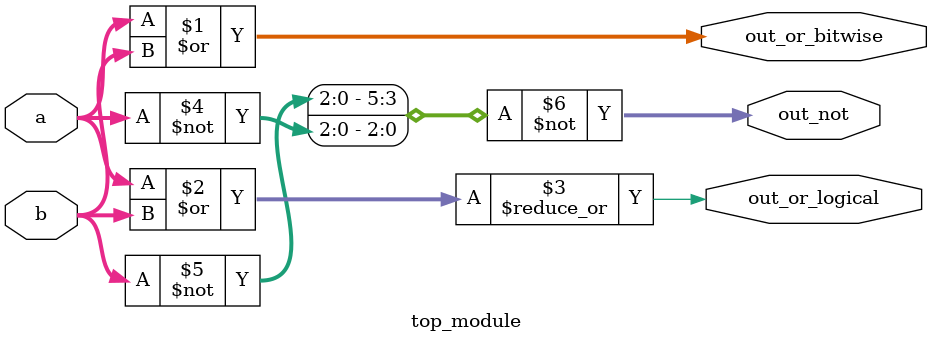
<source format=sv>
module top_module(
    input [2:0] a,
    input [2:0] b,
    output [2:0] out_or_bitwise,
    output out_or_logical,
    output [5:0] out_not
);
    assign out_or_bitwise = a | b;
    assign out_or_logical = |(a | b);
    assign out_not = ~{~b, ~a};

endmodule

</source>
